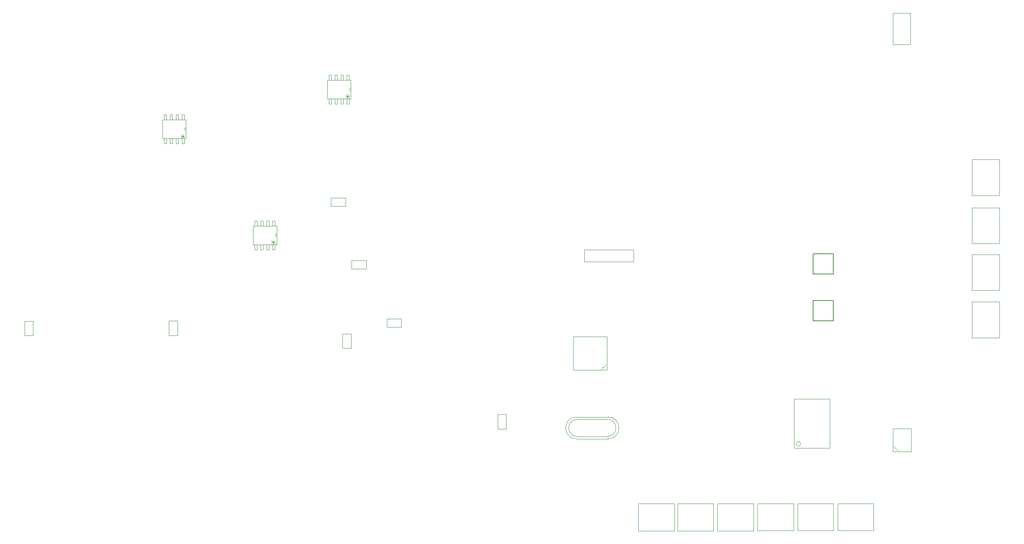
<source format=gbr>
%TF.GenerationSoftware,Altium Limited,Altium Designer,21.6.4 (81)*%
G04 Layer_Color=16711935*
%FSLAX43Y43*%
%MOMM*%
%TF.SameCoordinates,76D5CAF9-2094-4FD7-9A7B-915B2AFADFAF*%
%TF.FilePolarity,Positive*%
%TF.FileFunction,Other,Mechanical_13*%
%TF.Part,Single*%
G01*
G75*
%TA.AperFunction,NonConductor*%
%ADD115C,0.200*%
%ADD118C,0.076*%
%ADD126C,0.100*%
%ADD136C,0.000*%
%ADD137C,0.025*%
D115*
X232159Y57841D02*
Y62159D01*
X227841Y57841D02*
X232159D01*
X227841D02*
Y62159D01*
X232159D01*
X227841Y47841D02*
Y52159D01*
X232159D01*
Y47841D02*
Y52159D01*
X227841Y47841D02*
X232159D01*
D118*
X113190Y64203D02*
X112344Y65050D01*
Y64203D02*
X113190Y65050D01*
X112767Y64203D02*
Y65050D01*
X112344Y64627D02*
X113190D01*
X128991Y95334D02*
X128145Y96181D01*
Y95334D02*
X128991Y96181D01*
X128568Y95334D02*
Y96181D01*
X128145Y95758D02*
X128991D01*
X93873Y86844D02*
X93026Y87690D01*
Y86844D02*
X93873Y87690D01*
X93450Y86844D02*
Y87690D01*
X93026Y87267D02*
X93873D01*
D126*
X225160Y21590D02*
G03*
X225160Y21590I-500J0D01*
G01*
X184100Y22675D02*
G03*
X184100Y27325I0J2325D01*
G01*
X177575Y26850D02*
G03*
X177575Y23150I0J-1850D01*
G01*
X183925D02*
G03*
X183925Y26850I0J1850D01*
G01*
X177400Y27325D02*
G03*
X177400Y22675I0J-2325D01*
G01*
X223760Y31190D02*
X231360D01*
X223760Y20690D02*
X231360D01*
Y31190D01*
X223760Y20690D02*
Y31190D01*
X179010Y63045D02*
X189550D01*
X179010Y60505D02*
Y63045D01*
Y60505D02*
X189550D01*
Y63045D01*
X233035Y3050D02*
X240695D01*
Y8850D01*
X233035D02*
X240695D01*
X233035Y3050D02*
Y8850D01*
X129450Y58950D02*
Y60750D01*
X132550Y58950D02*
Y60750D01*
X129450D02*
X132550D01*
X129450Y58950D02*
X132550D01*
X160600Y27863D02*
X162400D01*
X160600Y24763D02*
X162400D01*
Y27863D01*
X160600Y24763D02*
Y27863D01*
X244875Y106850D02*
X248575D01*
X244875Y113550D02*
X248575D01*
X244875Y106850D02*
Y113550D01*
X248575Y106850D02*
Y113550D01*
X224480Y3050D02*
X232140D01*
Y8850D01*
X224480D02*
X232140D01*
X224480Y3050D02*
Y8850D01*
X216005Y3051D02*
X223665D01*
Y8851D01*
X216005D02*
X223665D01*
X216005Y3051D02*
Y8851D01*
X190572Y3025D02*
X198232D01*
Y8825D01*
X190572D02*
X198232D01*
X190572Y3025D02*
Y8825D01*
X207423Y3029D02*
X215083D01*
Y8829D01*
X207423D02*
X215083D01*
X207423Y3029D02*
Y8829D01*
X198915Y3020D02*
X206575D01*
Y8820D01*
X198915D02*
X206575D01*
X198915Y3020D02*
Y8820D01*
X136950Y46500D02*
X140050D01*
X136950Y48300D02*
X140050D01*
Y46500D02*
Y48300D01*
X136950Y46500D02*
Y48300D01*
X125022Y72300D02*
X128122D01*
X125022Y74100D02*
X128122D01*
Y72300D02*
Y74100D01*
X125022Y72300D02*
Y74100D01*
X261706Y54354D02*
X267506D01*
X261706D02*
Y62014D01*
X267506D01*
Y54354D02*
Y62014D01*
X261706Y44254D02*
X267506D01*
X261706D02*
Y51914D01*
X267506D01*
Y44254D02*
Y51914D01*
X261706Y74629D02*
X267506D01*
X261706D02*
Y82289D01*
X267506D01*
Y74629D02*
Y82289D01*
X261706Y64364D02*
X267506D01*
X261706D02*
Y72024D01*
X267506D01*
Y64364D02*
Y72024D01*
X129323Y42019D02*
Y45119D01*
X127523Y42019D02*
Y45119D01*
X129323D01*
X127523Y42019D02*
X129323D01*
X92323Y44764D02*
Y47864D01*
X90523Y44764D02*
Y47864D01*
X92323D01*
X90523Y44764D02*
X92323D01*
X61551Y44725D02*
Y47825D01*
X59751Y44725D02*
Y47825D01*
X61551D01*
X59751Y44725D02*
X61551D01*
X177400Y27325D02*
X184100D01*
X177400Y22675D02*
X184100D01*
X177575Y26850D02*
X184150D01*
X177575Y23150D02*
X184150D01*
X244850Y21240D02*
X246120Y19970D01*
X244850D02*
Y24870D01*
X248750D01*
Y19970D02*
Y24870D01*
X244850Y19970D02*
X248750D01*
D136*
X113478Y66439D02*
G03*
X113478Y65829I0J-305D01*
G01*
X129279Y97570D02*
G03*
X129279Y96960I0J-305D01*
G01*
X94161Y89079D02*
G03*
X94161Y88469I0J-305D01*
G01*
X183101Y37907D02*
G03*
X183101Y37907I-76J0D01*
G01*
D137*
X112627Y64140D02*
X113135D01*
Y63035D02*
Y64140D01*
X112627Y63035D02*
X113135D01*
X112627D02*
Y64140D01*
X111357D02*
X111865D01*
Y63035D02*
Y64140D01*
X111357Y63035D02*
X111865D01*
X111357D02*
Y64140D01*
X110087D02*
X110595D01*
Y63035D02*
Y64140D01*
X110087Y63035D02*
X110595D01*
X110087D02*
Y64140D01*
X108817D02*
X109325D01*
Y63035D02*
Y64140D01*
X108817Y63035D02*
X109325D01*
X108817D02*
Y64140D01*
Y68128D02*
X109325D01*
X108817D02*
Y69233D01*
X109325D01*
Y68128D02*
Y69233D01*
X110087Y68128D02*
X110595D01*
X110087D02*
Y69233D01*
X110595D01*
Y68128D02*
Y69233D01*
X111357Y68128D02*
X111865D01*
X111357D02*
Y69233D01*
X111865D01*
Y68128D02*
Y69233D01*
X112627Y68128D02*
X113135D01*
X112627D02*
Y69233D01*
X113135D01*
Y68128D02*
Y69233D01*
X108474Y64140D02*
Y68128D01*
X113478D01*
Y64140D02*
Y68128D01*
X108474Y64140D02*
X113478D01*
X124275Y95271D02*
X129279D01*
Y99259D01*
X124275D02*
X129279D01*
X124275Y95271D02*
Y99259D01*
X128936D02*
Y100364D01*
X128428D02*
X128936D01*
X128428Y99259D02*
Y100364D01*
Y99259D02*
X128936D01*
X127666D02*
Y100364D01*
X127158D02*
X127666D01*
X127158Y99259D02*
Y100364D01*
Y99259D02*
X127666D01*
X126396D02*
Y100364D01*
X125888D02*
X126396D01*
X125888Y99259D02*
Y100364D01*
Y99259D02*
X126396D01*
X125126D02*
Y100364D01*
X124618D02*
X125126D01*
X124618Y99259D02*
Y100364D01*
Y99259D02*
X125126D01*
X124618Y94166D02*
Y95271D01*
Y94166D02*
X125126D01*
Y95271D01*
X124618D02*
X125126D01*
X125888Y94166D02*
Y95271D01*
Y94166D02*
X126396D01*
Y95271D01*
X125888D02*
X126396D01*
X127158Y94166D02*
Y95271D01*
Y94166D02*
X127666D01*
Y95271D01*
X127158D02*
X127666D01*
X128428Y94166D02*
Y95271D01*
Y94166D02*
X128936D01*
Y95271D01*
X128428D02*
X128936D01*
X89157Y86780D02*
X94161D01*
Y90768D01*
X89157D02*
X94161D01*
X89157Y86780D02*
Y90768D01*
X93818D02*
Y91873D01*
X93310D02*
X93818D01*
X93310Y90768D02*
Y91873D01*
Y90768D02*
X93818D01*
X92548D02*
Y91873D01*
X92040D02*
X92548D01*
X92040Y90768D02*
Y91873D01*
Y90768D02*
X92548D01*
X91278D02*
Y91873D01*
X90770D02*
X91278D01*
X90770Y90768D02*
Y91873D01*
Y90768D02*
X91278D01*
X90008D02*
Y91873D01*
X89500D02*
X90008D01*
X89500Y90768D02*
Y91873D01*
Y90768D02*
X90008D01*
X89500Y85675D02*
Y86780D01*
Y85675D02*
X90008D01*
Y86780D01*
X89500D02*
X90008D01*
X90770Y85675D02*
Y86780D01*
Y85675D02*
X91278D01*
Y86780D01*
X90770D02*
X91278D01*
X92040Y85675D02*
Y86780D01*
Y85675D02*
X92548D01*
Y86780D01*
X92040D02*
X92548D01*
X93310Y85675D02*
Y86780D01*
Y85675D02*
X93818D01*
Y86780D01*
X93310D02*
X93818D01*
X182599Y37331D02*
X183869Y38601D01*
X176681Y37331D02*
Y44519D01*
X183869D01*
Y37331D02*
Y44519D01*
X176681Y37331D02*
X183869D01*
%TF.MD5,37c14c212f6a9ce87f704453049d2e7d*%
M02*

</source>
